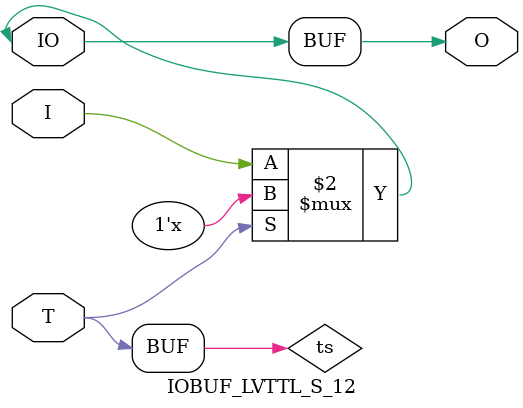
<source format=v>

/*

FUNCTION    : INPUT TRI-STATE OUTPUT BUFFER

*/

`celldefine
`timescale  100 ps / 10 ps

module IOBUF_LVTTL_S_12 (O, IO, I, T);

    output O;

    inout  IO;

    input  I, T;

    or O1 (ts, 1'b0, T);
    bufif0 T1 (IO, I, ts);

    buf B1 (O, IO);

endmodule

</source>
